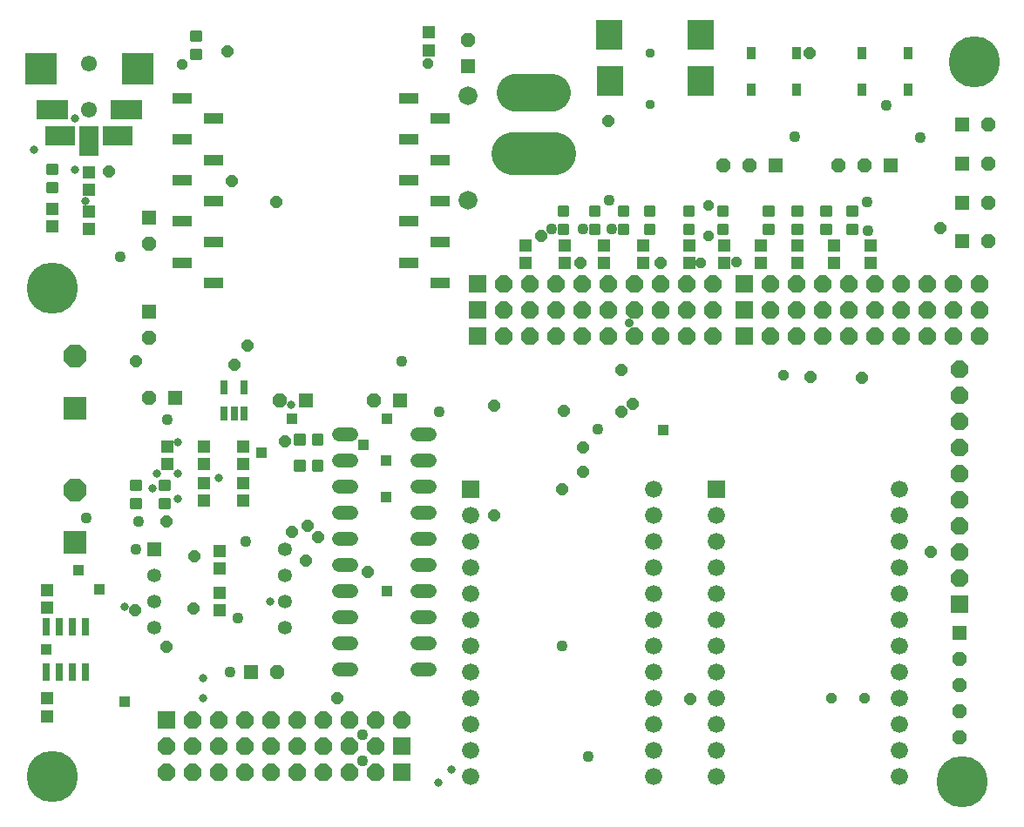
<source format=gts>
G75*
%MOIN*%
%OFA0B0*%
%FSLAX25Y25*%
%IPPOS*%
%LPD*%
%AMOC8*
5,1,8,0,0,1.08239X$1,22.5*
%
%ADD10C,0.19600*%
%ADD11R,0.04537X0.04931*%
%ADD12R,0.06600X0.06600*%
%ADD13C,0.06600*%
%ADD14R,0.03356X0.04931*%
%ADD15C,0.01361*%
%ADD16R,0.07293X0.03946*%
%ADD17C,0.05400*%
%ADD18R,0.05324X0.05324*%
%ADD19C,0.05324*%
%ADD20R,0.02765X0.05324*%
%ADD21R,0.12411X0.12411*%
%ADD22R,0.12411X0.07687*%
%ADD23R,0.11624X0.07687*%
%ADD24R,0.07687X0.11624*%
%ADD25C,0.06112*%
%ADD26OC8,0.06600*%
%ADD27OC8,0.05324*%
%ADD28C,0.03750*%
%ADD29R,0.10049X0.11624*%
%ADD30C,0.16400*%
%ADD31C,0.14400*%
%ADD32R,0.02962X0.06702*%
%ADD33C,0.07200*%
%ADD34R,0.08868X0.08868*%
%ADD35OC8,0.08868*%
%ADD36OC8,0.03969*%
%ADD37OC8,0.04362*%
%ADD38C,0.04362*%
%ADD39R,0.04362X0.04362*%
%ADD40C,0.03500*%
%ADD41C,0.03300*%
D10*
X0026178Y0023300D03*
X0026178Y0210300D03*
X0374178Y0021300D03*
X0378678Y0296800D03*
D11*
X0339178Y0226646D03*
X0339178Y0219954D03*
X0325178Y0219954D03*
X0325178Y0226646D03*
X0311178Y0226646D03*
X0311178Y0219954D03*
X0297178Y0219954D03*
X0297178Y0226646D03*
X0283178Y0226646D03*
X0283178Y0219954D03*
X0269678Y0219954D03*
X0269678Y0226646D03*
X0252178Y0226646D03*
X0252178Y0219954D03*
X0237178Y0219954D03*
X0237178Y0226646D03*
X0222178Y0226646D03*
X0222178Y0219954D03*
X0207178Y0219954D03*
X0207178Y0226646D03*
X0170178Y0301454D03*
X0170178Y0308146D03*
X0040178Y0254646D03*
X0040178Y0247954D03*
X0040178Y0239646D03*
X0040178Y0232954D03*
X0026178Y0233954D03*
X0026178Y0240646D03*
X0070178Y0149646D03*
X0070178Y0142954D03*
X0084178Y0142954D03*
X0084178Y0135646D03*
X0084178Y0128954D03*
X0099178Y0128954D03*
X0099178Y0135646D03*
X0099178Y0142954D03*
X0099178Y0149646D03*
X0084178Y0149646D03*
X0090178Y0109646D03*
X0090178Y0102954D03*
X0090178Y0093646D03*
X0090178Y0086954D03*
X0024178Y0087954D03*
X0024178Y0094646D03*
X0024178Y0053146D03*
X0024178Y0046454D03*
D12*
X0069678Y0044800D03*
X0159678Y0034800D03*
X0159678Y0024800D03*
X0186178Y0133300D03*
X0188678Y0191800D03*
X0188678Y0201800D03*
X0188678Y0211800D03*
X0280178Y0133300D03*
X0290678Y0191800D03*
X0290678Y0201800D03*
X0290678Y0211800D03*
X0373178Y0089300D03*
D13*
X0350178Y0093300D03*
X0350178Y0083300D03*
X0350178Y0073300D03*
X0350178Y0063300D03*
X0350178Y0053300D03*
X0350178Y0043300D03*
X0350178Y0033300D03*
X0350178Y0023300D03*
X0280178Y0023300D03*
X0280178Y0033300D03*
X0280178Y0043300D03*
X0280178Y0053300D03*
X0280178Y0063300D03*
X0280178Y0073300D03*
X0280178Y0083300D03*
X0280178Y0093300D03*
X0280178Y0103300D03*
X0280178Y0113300D03*
X0280178Y0123300D03*
X0256178Y0123300D03*
X0256178Y0113300D03*
X0256178Y0103300D03*
X0256178Y0093300D03*
X0256178Y0083300D03*
X0256178Y0073300D03*
X0256178Y0063300D03*
X0256178Y0053300D03*
X0256178Y0043300D03*
X0256178Y0033300D03*
X0256178Y0023300D03*
X0186178Y0023300D03*
X0186178Y0033300D03*
X0186178Y0043300D03*
X0186178Y0053300D03*
X0186178Y0063300D03*
X0186178Y0073300D03*
X0186178Y0083300D03*
X0186178Y0093300D03*
X0186178Y0103300D03*
X0186178Y0113300D03*
X0186178Y0123300D03*
X0256178Y0133300D03*
X0350178Y0133300D03*
X0350178Y0123300D03*
X0350178Y0113300D03*
X0350178Y0103300D03*
D14*
X0353438Y0286410D03*
X0353438Y0300190D03*
X0335918Y0300190D03*
X0335918Y0286410D03*
X0310938Y0286410D03*
X0310938Y0300190D03*
X0293418Y0300190D03*
X0293418Y0286410D03*
D15*
X0298590Y0241341D02*
X0301766Y0241341D01*
X0301766Y0238165D01*
X0298590Y0238165D01*
X0298590Y0241341D01*
X0298590Y0239525D02*
X0301766Y0239525D01*
X0301766Y0240885D02*
X0298590Y0240885D01*
X0298590Y0234435D02*
X0301766Y0234435D01*
X0301766Y0231259D01*
X0298590Y0231259D01*
X0298590Y0234435D01*
X0298590Y0232619D02*
X0301766Y0232619D01*
X0301766Y0233979D02*
X0298590Y0233979D01*
X0309590Y0234435D02*
X0312766Y0234435D01*
X0312766Y0231259D01*
X0309590Y0231259D01*
X0309590Y0234435D01*
X0309590Y0232619D02*
X0312766Y0232619D01*
X0312766Y0233979D02*
X0309590Y0233979D01*
X0309590Y0241341D02*
X0312766Y0241341D01*
X0312766Y0238165D01*
X0309590Y0238165D01*
X0309590Y0241341D01*
X0309590Y0239525D02*
X0312766Y0239525D01*
X0312766Y0240885D02*
X0309590Y0240885D01*
X0320590Y0241341D02*
X0323766Y0241341D01*
X0323766Y0238165D01*
X0320590Y0238165D01*
X0320590Y0241341D01*
X0320590Y0239525D02*
X0323766Y0239525D01*
X0323766Y0240885D02*
X0320590Y0240885D01*
X0320590Y0234435D02*
X0323766Y0234435D01*
X0323766Y0231259D01*
X0320590Y0231259D01*
X0320590Y0234435D01*
X0320590Y0232619D02*
X0323766Y0232619D01*
X0323766Y0233979D02*
X0320590Y0233979D01*
X0330590Y0234435D02*
X0333766Y0234435D01*
X0333766Y0231259D01*
X0330590Y0231259D01*
X0330590Y0234435D01*
X0330590Y0232619D02*
X0333766Y0232619D01*
X0333766Y0233979D02*
X0330590Y0233979D01*
X0330590Y0241341D02*
X0333766Y0241341D01*
X0333766Y0238165D01*
X0330590Y0238165D01*
X0330590Y0241341D01*
X0330590Y0239525D02*
X0333766Y0239525D01*
X0333766Y0240885D02*
X0330590Y0240885D01*
X0284266Y0241341D02*
X0281090Y0241341D01*
X0284266Y0241341D02*
X0284266Y0238165D01*
X0281090Y0238165D01*
X0281090Y0241341D01*
X0281090Y0239525D02*
X0284266Y0239525D01*
X0284266Y0240885D02*
X0281090Y0240885D01*
X0281090Y0234435D02*
X0284266Y0234435D01*
X0284266Y0231259D01*
X0281090Y0231259D01*
X0281090Y0234435D01*
X0281090Y0232619D02*
X0284266Y0232619D01*
X0284266Y0233979D02*
X0281090Y0233979D01*
X0271266Y0234435D02*
X0268090Y0234435D01*
X0271266Y0234435D02*
X0271266Y0231259D01*
X0268090Y0231259D01*
X0268090Y0234435D01*
X0268090Y0232619D02*
X0271266Y0232619D01*
X0271266Y0233979D02*
X0268090Y0233979D01*
X0268090Y0241341D02*
X0271266Y0241341D01*
X0271266Y0238165D01*
X0268090Y0238165D01*
X0268090Y0241341D01*
X0268090Y0239525D02*
X0271266Y0239525D01*
X0271266Y0240885D02*
X0268090Y0240885D01*
X0256266Y0241341D02*
X0253090Y0241341D01*
X0256266Y0241341D02*
X0256266Y0238165D01*
X0253090Y0238165D01*
X0253090Y0241341D01*
X0253090Y0239525D02*
X0256266Y0239525D01*
X0256266Y0240885D02*
X0253090Y0240885D01*
X0246266Y0241341D02*
X0243090Y0241341D01*
X0246266Y0241341D02*
X0246266Y0238165D01*
X0243090Y0238165D01*
X0243090Y0241341D01*
X0243090Y0239525D02*
X0246266Y0239525D01*
X0246266Y0240885D02*
X0243090Y0240885D01*
X0243090Y0234435D02*
X0246266Y0234435D01*
X0246266Y0231259D01*
X0243090Y0231259D01*
X0243090Y0234435D01*
X0243090Y0232619D02*
X0246266Y0232619D01*
X0246266Y0233979D02*
X0243090Y0233979D01*
X0235266Y0234435D02*
X0232090Y0234435D01*
X0235266Y0234435D02*
X0235266Y0231259D01*
X0232090Y0231259D01*
X0232090Y0234435D01*
X0232090Y0232619D02*
X0235266Y0232619D01*
X0235266Y0233979D02*
X0232090Y0233979D01*
X0232090Y0241341D02*
X0235266Y0241341D01*
X0235266Y0238165D01*
X0232090Y0238165D01*
X0232090Y0241341D01*
X0232090Y0239525D02*
X0235266Y0239525D01*
X0235266Y0240885D02*
X0232090Y0240885D01*
X0223266Y0241341D02*
X0220090Y0241341D01*
X0223266Y0241341D02*
X0223266Y0238165D01*
X0220090Y0238165D01*
X0220090Y0241341D01*
X0220090Y0239525D02*
X0223266Y0239525D01*
X0223266Y0240885D02*
X0220090Y0240885D01*
X0220090Y0234435D02*
X0223266Y0234435D01*
X0223266Y0231259D01*
X0220090Y0231259D01*
X0220090Y0234435D01*
X0220090Y0232619D02*
X0223266Y0232619D01*
X0223266Y0233979D02*
X0220090Y0233979D01*
X0253090Y0234435D02*
X0256266Y0234435D01*
X0256266Y0231259D01*
X0253090Y0231259D01*
X0253090Y0234435D01*
X0253090Y0232619D02*
X0256266Y0232619D01*
X0256266Y0233979D02*
X0253090Y0233979D01*
X0129219Y0153888D02*
X0129219Y0150712D01*
X0126043Y0150712D01*
X0126043Y0153888D01*
X0129219Y0153888D01*
X0129219Y0152072D02*
X0126043Y0152072D01*
X0126043Y0153432D02*
X0129219Y0153432D01*
X0122313Y0153888D02*
X0122313Y0150712D01*
X0119137Y0150712D01*
X0119137Y0153888D01*
X0122313Y0153888D01*
X0122313Y0152072D02*
X0119137Y0152072D01*
X0119137Y0153432D02*
X0122313Y0153432D01*
X0122313Y0143888D02*
X0122313Y0140712D01*
X0119137Y0140712D01*
X0119137Y0143888D01*
X0122313Y0143888D01*
X0122313Y0142072D02*
X0119137Y0142072D01*
X0119137Y0143432D02*
X0122313Y0143432D01*
X0129219Y0143888D02*
X0129219Y0140712D01*
X0126043Y0140712D01*
X0126043Y0143888D01*
X0129219Y0143888D01*
X0129219Y0142072D02*
X0126043Y0142072D01*
X0126043Y0143432D02*
X0129219Y0143432D01*
X0070766Y0136341D02*
X0067590Y0136341D01*
X0070766Y0136341D02*
X0070766Y0133165D01*
X0067590Y0133165D01*
X0067590Y0136341D01*
X0067590Y0134525D02*
X0070766Y0134525D01*
X0070766Y0135885D02*
X0067590Y0135885D01*
X0067590Y0129435D02*
X0070766Y0129435D01*
X0070766Y0126259D01*
X0067590Y0126259D01*
X0067590Y0129435D01*
X0067590Y0127619D02*
X0070766Y0127619D01*
X0070766Y0128979D02*
X0067590Y0128979D01*
X0059766Y0129435D02*
X0056590Y0129435D01*
X0059766Y0129435D02*
X0059766Y0126259D01*
X0056590Y0126259D01*
X0056590Y0129435D01*
X0056590Y0127619D02*
X0059766Y0127619D01*
X0059766Y0128979D02*
X0056590Y0128979D01*
X0056590Y0136341D02*
X0059766Y0136341D01*
X0059766Y0133165D01*
X0056590Y0133165D01*
X0056590Y0136341D01*
X0056590Y0134525D02*
X0059766Y0134525D01*
X0059766Y0135885D02*
X0056590Y0135885D01*
X0027766Y0250435D02*
X0024590Y0250435D01*
X0027766Y0250435D02*
X0027766Y0247259D01*
X0024590Y0247259D01*
X0024590Y0250435D01*
X0024590Y0248619D02*
X0027766Y0248619D01*
X0027766Y0249979D02*
X0024590Y0249979D01*
X0024590Y0257341D02*
X0027766Y0257341D01*
X0027766Y0254165D01*
X0024590Y0254165D01*
X0024590Y0257341D01*
X0024590Y0255525D02*
X0027766Y0255525D01*
X0027766Y0256885D02*
X0024590Y0256885D01*
X0079590Y0301435D02*
X0082766Y0301435D01*
X0082766Y0298259D01*
X0079590Y0298259D01*
X0079590Y0301435D01*
X0079590Y0299619D02*
X0082766Y0299619D01*
X0082766Y0300979D02*
X0079590Y0300979D01*
X0079590Y0308341D02*
X0082766Y0308341D01*
X0082766Y0305165D01*
X0079590Y0305165D01*
X0079590Y0308341D01*
X0079590Y0306525D02*
X0082766Y0306525D01*
X0082766Y0307885D02*
X0079590Y0307885D01*
D16*
X0075965Y0283040D03*
X0087776Y0275166D03*
X0075965Y0267292D03*
X0087776Y0259418D03*
X0075965Y0251544D03*
X0087776Y0243670D03*
X0075965Y0235796D03*
X0087776Y0227922D03*
X0075965Y0220048D03*
X0087776Y0212174D03*
X0162579Y0220048D03*
X0174390Y0212174D03*
X0174390Y0227922D03*
X0162579Y0235796D03*
X0174390Y0243670D03*
X0162579Y0251544D03*
X0174390Y0259418D03*
X0162579Y0267292D03*
X0174390Y0275166D03*
X0162579Y0283040D03*
D17*
X0165778Y0154300D02*
X0170578Y0154300D01*
X0170578Y0144300D02*
X0165778Y0144300D01*
X0165778Y0134300D02*
X0170578Y0134300D01*
X0170578Y0124300D02*
X0165778Y0124300D01*
X0165778Y0114300D02*
X0170578Y0114300D01*
X0170578Y0104300D02*
X0165778Y0104300D01*
X0165778Y0094300D02*
X0170578Y0094300D01*
X0170578Y0084300D02*
X0165778Y0084300D01*
X0165778Y0074300D02*
X0170578Y0074300D01*
X0170578Y0064300D02*
X0165778Y0064300D01*
X0140578Y0064300D02*
X0135778Y0064300D01*
X0135778Y0074300D02*
X0140578Y0074300D01*
X0140578Y0084300D02*
X0135778Y0084300D01*
X0135778Y0094300D02*
X0140578Y0094300D01*
X0140578Y0104300D02*
X0135778Y0104300D01*
X0135778Y0114300D02*
X0140578Y0114300D01*
X0140578Y0124300D02*
X0135778Y0124300D01*
X0135778Y0134300D02*
X0140578Y0134300D01*
X0140578Y0144300D02*
X0135778Y0144300D01*
X0135778Y0154300D02*
X0140578Y0154300D01*
D18*
X0123178Y0167300D03*
X0159178Y0167300D03*
X0073178Y0168300D03*
X0063178Y0201300D03*
X0063178Y0237300D03*
X0185178Y0295300D03*
X0302678Y0257400D03*
X0346678Y0257400D03*
X0374178Y0257800D03*
X0374178Y0272800D03*
X0374178Y0242800D03*
X0374178Y0228300D03*
X0373178Y0078300D03*
X0102178Y0063300D03*
X0065178Y0110300D03*
D19*
X0065178Y0100300D03*
X0065178Y0090300D03*
X0065178Y0080300D03*
X0115178Y0080300D03*
X0115178Y0090300D03*
X0115178Y0100300D03*
X0115178Y0110300D03*
D20*
X0099418Y0162181D03*
X0095678Y0162181D03*
X0091938Y0162181D03*
X0091938Y0172419D03*
X0099418Y0172419D03*
D21*
X0058682Y0294331D03*
X0021674Y0294331D03*
D22*
X0026005Y0278583D03*
X0054351Y0278583D03*
D23*
X0051201Y0268741D03*
X0029154Y0268741D03*
D24*
X0040178Y0266772D03*
D25*
X0040178Y0278583D03*
X0040178Y0296300D03*
D26*
X0198678Y0211800D03*
X0208678Y0211800D03*
X0218678Y0211800D03*
X0228678Y0211800D03*
X0238678Y0211800D03*
X0248678Y0211800D03*
X0258678Y0211800D03*
X0268678Y0211800D03*
X0278678Y0211800D03*
X0278678Y0201800D03*
X0268678Y0201800D03*
X0258678Y0201800D03*
X0248678Y0201800D03*
X0238678Y0201800D03*
X0228678Y0201800D03*
X0218678Y0201800D03*
X0208678Y0201800D03*
X0198678Y0201800D03*
X0198678Y0191800D03*
X0208678Y0191800D03*
X0218678Y0191800D03*
X0228678Y0191800D03*
X0238678Y0191800D03*
X0248678Y0191800D03*
X0258678Y0191800D03*
X0268678Y0191800D03*
X0278678Y0191800D03*
X0300678Y0191800D03*
X0310678Y0191800D03*
X0320678Y0191800D03*
X0330678Y0191800D03*
X0340678Y0191800D03*
X0350678Y0191800D03*
X0360678Y0191800D03*
X0370678Y0191800D03*
X0380678Y0191800D03*
X0373178Y0179300D03*
X0373178Y0169300D03*
X0373178Y0159300D03*
X0373178Y0149300D03*
X0373178Y0139300D03*
X0373178Y0129300D03*
X0373178Y0119300D03*
X0373178Y0109300D03*
X0373178Y0099300D03*
X0370678Y0201800D03*
X0380678Y0201800D03*
X0380678Y0211800D03*
X0370678Y0211800D03*
X0360678Y0211800D03*
X0350678Y0211800D03*
X0350678Y0201800D03*
X0360678Y0201800D03*
X0340678Y0201800D03*
X0330678Y0201800D03*
X0330678Y0211800D03*
X0340678Y0211800D03*
X0320678Y0211800D03*
X0310678Y0211800D03*
X0310678Y0201800D03*
X0320678Y0201800D03*
X0300678Y0201800D03*
X0300678Y0211800D03*
X0159678Y0044800D03*
X0149678Y0044800D03*
X0139678Y0044800D03*
X0139678Y0034800D03*
X0149678Y0034800D03*
X0149678Y0024800D03*
X0139678Y0024800D03*
X0129678Y0024800D03*
X0119678Y0024800D03*
X0119678Y0034800D03*
X0129678Y0034800D03*
X0129678Y0044800D03*
X0119678Y0044800D03*
X0109678Y0044800D03*
X0099678Y0044800D03*
X0099678Y0034800D03*
X0109678Y0034800D03*
X0109678Y0024800D03*
X0099678Y0024800D03*
X0089678Y0024800D03*
X0079678Y0024800D03*
X0079678Y0034800D03*
X0089678Y0034800D03*
X0089678Y0044800D03*
X0079678Y0044800D03*
X0069678Y0034800D03*
X0069678Y0024800D03*
D27*
X0112178Y0063300D03*
X0113178Y0167300D03*
X0149178Y0167300D03*
X0063178Y0168300D03*
X0063178Y0191300D03*
X0063178Y0227300D03*
X0185178Y0305300D03*
X0282678Y0257400D03*
X0292678Y0257400D03*
X0326678Y0257400D03*
X0336678Y0257400D03*
X0384178Y0257800D03*
X0384178Y0272800D03*
X0384178Y0242800D03*
X0384178Y0228300D03*
X0373178Y0068300D03*
X0373178Y0058300D03*
X0373178Y0048300D03*
X0373178Y0038300D03*
D28*
X0254965Y0280646D03*
X0254965Y0300331D03*
D29*
X0239178Y0307261D03*
X0239355Y0289544D03*
X0274178Y0289544D03*
X0274178Y0307261D03*
D30*
X0218078Y0261800D02*
X0202278Y0261800D01*
D31*
X0203278Y0285400D02*
X0217078Y0285400D01*
D32*
X0038804Y0080674D03*
X0033804Y0080674D03*
X0028804Y0080674D03*
X0023804Y0080674D03*
X0023804Y0063351D03*
X0028804Y0063351D03*
X0033804Y0063351D03*
X0038804Y0063351D03*
D33*
X0185178Y0243800D03*
X0185178Y0283800D03*
D34*
X0034678Y0164300D03*
X0034678Y0112800D03*
D35*
X0034678Y0132800D03*
X0034678Y0184300D03*
D36*
X0075678Y0295800D03*
X0169678Y0296300D03*
X0277178Y0241800D03*
X0277178Y0230300D03*
X0273978Y0219800D03*
X0287678Y0220300D03*
X0305678Y0176800D03*
X0324178Y0053300D03*
X0336678Y0053300D03*
D37*
X0270178Y0052800D03*
X0195178Y0123300D03*
X0221178Y0133300D03*
X0229178Y0139800D03*
X0229178Y0149300D03*
X0221678Y0163300D03*
X0243678Y0162800D03*
X0248178Y0165800D03*
X0243678Y0178800D03*
X0195178Y0165300D03*
X0228178Y0219800D03*
X0213178Y0230300D03*
X0258678Y0219800D03*
X0316178Y0176300D03*
X0335678Y0175800D03*
X0365678Y0233300D03*
X0315678Y0300300D03*
X0238678Y0274300D03*
X0111678Y0243300D03*
X0094678Y0251300D03*
X0047678Y0254800D03*
X0093178Y0300800D03*
X0100678Y0188300D03*
X0095678Y0180800D03*
X0115178Y0151700D03*
X0123778Y0119200D03*
X0127878Y0114800D03*
X0123178Y0105800D03*
X0117678Y0116800D03*
X0146778Y0101700D03*
X0135178Y0053300D03*
X0080078Y0087600D03*
X0069678Y0073100D03*
X0057678Y0086900D03*
X0080378Y0107700D03*
X0069878Y0121000D03*
X0058178Y0182300D03*
X0362178Y0109300D03*
D38*
X0234678Y0156300D03*
X0174178Y0162800D03*
X0159678Y0182300D03*
X0217178Y0232800D03*
X0229178Y0232800D03*
X0240178Y0232800D03*
X0239178Y0243800D03*
X0310178Y0268300D03*
X0345178Y0280300D03*
X0358178Y0267800D03*
X0337678Y0243300D03*
X0338178Y0232300D03*
X0221178Y0073300D03*
X0231178Y0030800D03*
X0144678Y0029300D03*
X0144678Y0039300D03*
X0094178Y0063300D03*
X0097178Y0083800D03*
X0100178Y0113300D03*
X0059178Y0120800D03*
X0058178Y0110300D03*
X0039178Y0122300D03*
X0070178Y0159800D03*
X0052178Y0222300D03*
D39*
X0117678Y0160300D03*
X0106178Y0147300D03*
X0145178Y0150300D03*
X0153678Y0144300D03*
X0153678Y0130300D03*
X0154178Y0160300D03*
X0154178Y0094300D03*
X0053678Y0051800D03*
X0023678Y0071800D03*
X0044178Y0094800D03*
X0036178Y0102300D03*
X0259678Y0155800D03*
D40*
X0246678Y0196800D03*
D41*
X0117477Y0165532D03*
X0089918Y0137473D03*
X0074170Y0139442D03*
X0066296Y0139442D03*
X0064327Y0133536D03*
X0074170Y0129599D03*
X0074170Y0151253D03*
X0053678Y0088300D03*
X0083678Y0060800D03*
X0083678Y0053300D03*
X0109603Y0090229D03*
X0178678Y0025800D03*
X0173678Y0020800D03*
X0038737Y0243772D03*
X0034800Y0255583D03*
X0019052Y0263457D03*
X0034800Y0275269D03*
M02*

</source>
